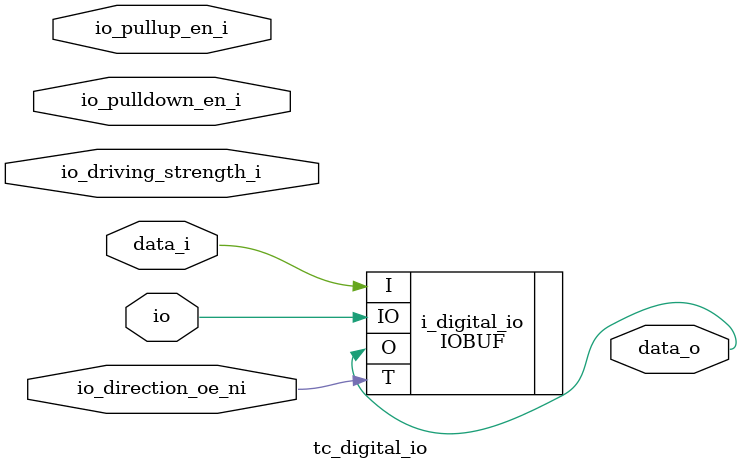
<source format=sv>


module tc_analog_io (
    inout logic io
);
  // Nothing needed for FPGA implementation
endmodule

module tc_digital_io (
    // Input data
    input logic data_i,
    // Output data
    output logic data_o,
    // IO interface towards pad + ctrl
    input logic io_direction_oe_ni,
    input logic [3:0] io_driving_strength_i,
    input logic io_pullup_en_i,
    input logic io_pulldown_en_i,
    inout logic io
);

  IOBUF #(
      .DRIVE(12),
      .IBUF_LOW_PWR("FALSE"),
      .IOSTANDARD("DEFAULT"),
      .SLEW("HIGH")
  ) i_digital_io (
      .O (data_o),
      .IO(io),
      .I (data_i),
      .T (io_direction_oe_ni)
  );

endmodule

</source>
